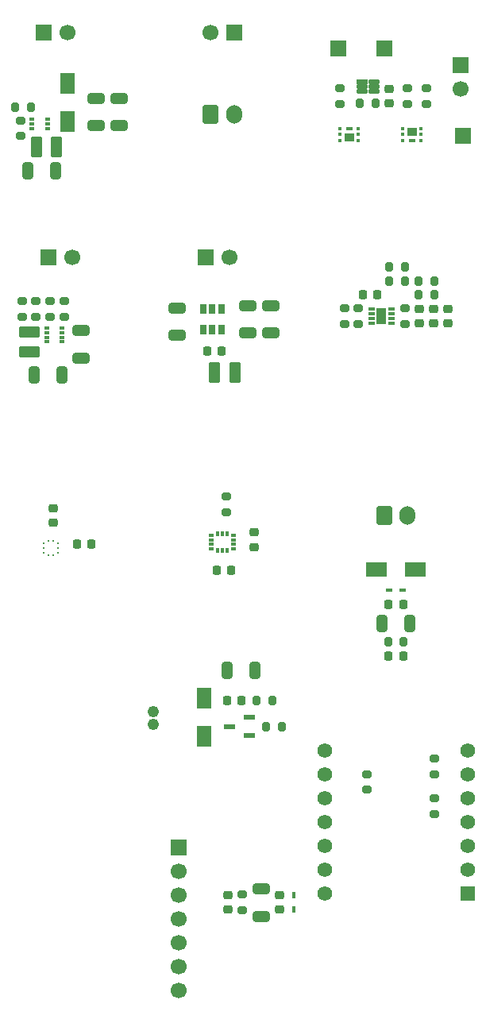
<source format=gbr>
%TF.GenerationSoftware,KiCad,Pcbnew,9.0.1*%
%TF.CreationDate,2025-04-28T20:04:23+08:00*%
%TF.ProjectId,pcb_all,7063625f-616c-46c2-9e6b-696361645f70,rev?*%
%TF.SameCoordinates,Original*%
%TF.FileFunction,Soldermask,Top*%
%TF.FilePolarity,Negative*%
%FSLAX46Y46*%
G04 Gerber Fmt 4.6, Leading zero omitted, Abs format (unit mm)*
G04 Created by KiCad (PCBNEW 9.0.1) date 2025-04-28 20:04:23*
%MOMM*%
%LPD*%
G01*
G04 APERTURE LIST*
G04 Aperture macros list*
%AMRoundRect*
0 Rectangle with rounded corners*
0 $1 Rounding radius*
0 $2 $3 $4 $5 $6 $7 $8 $9 X,Y pos of 4 corners*
0 Add a 4 corners polygon primitive as box body*
4,1,4,$2,$3,$4,$5,$6,$7,$8,$9,$2,$3,0*
0 Add four circle primitives for the rounded corners*
1,1,$1+$1,$2,$3*
1,1,$1+$1,$4,$5*
1,1,$1+$1,$6,$7*
1,1,$1+$1,$8,$9*
0 Add four rect primitives between the rounded corners*
20,1,$1+$1,$2,$3,$4,$5,0*
20,1,$1+$1,$4,$5,$6,$7,0*
20,1,$1+$1,$6,$7,$8,$9,0*
20,1,$1+$1,$8,$9,$2,$3,0*%
G04 Aperture macros list end*
%ADD10RoundRect,0.200000X0.275000X-0.200000X0.275000X0.200000X-0.275000X0.200000X-0.275000X-0.200000X0*%
%ADD11RoundRect,0.218750X0.256250X-0.218750X0.256250X0.218750X-0.256250X0.218750X-0.256250X-0.218750X0*%
%ADD12RoundRect,0.218750X-0.218750X-0.256250X0.218750X-0.256250X0.218750X0.256250X-0.218750X0.256250X0*%
%ADD13RoundRect,0.218750X-0.256250X0.218750X-0.256250X-0.218750X0.256250X-0.218750X0.256250X0.218750X0*%
%ADD14RoundRect,0.225000X-0.225000X-0.250000X0.225000X-0.250000X0.225000X0.250000X-0.225000X0.250000X0*%
%ADD15R,1.700000X1.700000*%
%ADD16C,1.700000*%
%ADD17RoundRect,0.250000X-0.650000X0.325000X-0.650000X-0.325000X0.650000X-0.325000X0.650000X0.325000X0*%
%ADD18RoundRect,0.250000X-0.375000X-0.850000X0.375000X-0.850000X0.375000X0.850000X-0.375000X0.850000X0*%
%ADD19RoundRect,0.200000X0.200000X0.275000X-0.200000X0.275000X-0.200000X-0.275000X0.200000X-0.275000X0*%
%ADD20RoundRect,0.250000X-0.600000X-0.750000X0.600000X-0.750000X0.600000X0.750000X-0.600000X0.750000X0*%
%ADD21O,1.700000X2.000000*%
%ADD22RoundRect,0.225000X-0.250000X0.225000X-0.250000X-0.225000X0.250000X-0.225000X0.250000X0.225000X0*%
%ADD23RoundRect,0.200000X-0.200000X-0.275000X0.200000X-0.275000X0.200000X0.275000X-0.200000X0.275000X0*%
%ADD24RoundRect,0.200000X-0.275000X0.200000X-0.275000X-0.200000X0.275000X-0.200000X0.275000X0.200000X0*%
%ADD25R,1.550000X2.200000*%
%ADD26R,0.475000X0.300000*%
%ADD27R,0.250000X0.275000*%
%ADD28R,0.275000X0.250000*%
%ADD29R,2.200000X1.550000*%
%ADD30R,0.750000X0.300000*%
%ADD31R,0.450000X0.300000*%
%ADD32R,1.000000X0.950000*%
%ADD33RoundRect,0.059250X-0.552750X-0.177750X0.552750X-0.177750X0.552750X0.177750X-0.552750X0.177750X0*%
%ADD34RoundRect,0.059250X-0.512750X-0.177750X0.512750X-0.177750X0.512750X0.177750X-0.512750X0.177750X0*%
%ADD35RoundRect,0.250000X0.325000X0.650000X-0.325000X0.650000X-0.325000X-0.650000X0.325000X-0.650000X0*%
%ADD36R,0.640000X0.420000*%
%ADD37RoundRect,0.250000X-0.325000X-0.650000X0.325000X-0.650000X0.325000X0.650000X-0.325000X0.650000X0*%
%ADD38R,1.300000X0.600000*%
%ADD39C,1.212000*%
%ADD40R,0.420000X0.640000*%
%ADD41RoundRect,0.225000X0.250000X-0.225000X0.250000X0.225000X-0.250000X0.225000X-0.250000X-0.225000X0*%
%ADD42RoundRect,0.102000X0.679000X0.679000X-0.679000X0.679000X-0.679000X-0.679000X0.679000X-0.679000X0*%
%ADD43C,1.562000*%
%ADD44RoundRect,0.225000X0.225000X0.250000X-0.225000X0.250000X-0.225000X-0.250000X0.225000X-0.250000X0*%
%ADD45R,0.700000X1.000000*%
%ADD46R,0.575000X0.350000*%
%ADD47R,0.350000X0.575000*%
%ADD48R,0.700000X0.300000*%
%ADD49R,1.000000X1.700000*%
%ADD50RoundRect,0.250000X0.850000X-0.375000X0.850000X0.375000X-0.850000X0.375000X-0.850000X-0.375000X0*%
G04 APERTURE END LIST*
D10*
%TO.C,R25*%
X123500000Y-90050000D03*
X123500000Y-88400000D03*
%TD*%
%TO.C,R24*%
X125000000Y-90050000D03*
X125000000Y-88400000D03*
%TD*%
D11*
%TO.C,D4*%
X165875000Y-90787500D03*
X165875000Y-89212500D03*
%TD*%
%TO.C,D3*%
X167375000Y-90787500D03*
X167375000Y-89212500D03*
%TD*%
D12*
%TO.C,D6*%
X161087500Y-126250000D03*
X162662500Y-126250000D03*
%TD*%
D13*
%TO.C,D2*%
X143999999Y-151712500D03*
X143999999Y-153287500D03*
%TD*%
D14*
%TO.C,C19*%
X142763000Y-117088000D03*
X144313000Y-117088000D03*
%TD*%
D15*
%TO.C,TP1*%
X144650000Y-59750000D03*
D16*
X142110000Y-59750000D03*
%TD*%
D17*
%TO.C,C8*%
X146050000Y-88873999D03*
X146050000Y-91824001D03*
%TD*%
%TO.C,C9*%
X147500000Y-151024999D03*
X147500000Y-153975001D03*
%TD*%
D18*
%TO.C,L3*%
X123550000Y-72000000D03*
X125700000Y-72000000D03*
%TD*%
D17*
%TO.C,C1*%
X128301000Y-91524999D03*
X128301000Y-94475001D03*
%TD*%
D14*
%TO.C,C14*%
X161100000Y-120750000D03*
X162650000Y-120750000D03*
%TD*%
D19*
%TO.C,R6*%
X159700000Y-67300000D03*
X158050000Y-67300000D03*
%TD*%
D20*
%TO.C,BT1*%
X142125000Y-68500000D03*
D21*
X144625000Y-68500000D03*
%TD*%
D22*
%TO.C,C7*%
X149499999Y-151725000D03*
X149499999Y-153275000D03*
%TD*%
%TO.C,C5*%
X164375000Y-89225000D03*
X164375000Y-90775000D03*
%TD*%
D10*
%TO.C,R3*%
X163125000Y-67375000D03*
X163125000Y-65725000D03*
%TD*%
D14*
%TO.C,C17*%
X143850000Y-131000000D03*
X145400000Y-131000000D03*
%TD*%
D17*
%TO.C,C10*%
X148550000Y-88873999D03*
X148550000Y-91824001D03*
%TD*%
D23*
%TO.C,R10*%
X164300000Y-87750000D03*
X165950000Y-87750000D03*
%TD*%
D24*
%TO.C,R11*%
X145499999Y-151675000D03*
X145499999Y-153325000D03*
%TD*%
D10*
%TO.C,R1*%
X126500000Y-90050000D03*
X126500000Y-88400000D03*
%TD*%
D24*
%TO.C,R2*%
X166000000Y-137175000D03*
X166000000Y-138825000D03*
%TD*%
D23*
%TO.C,R19*%
X161175000Y-84750000D03*
X162825000Y-84750000D03*
%TD*%
D10*
%TO.C,R12*%
X157875000Y-90825000D03*
X157875000Y-89175000D03*
%TD*%
D20*
%TO.C,J1*%
X160625000Y-111225000D03*
D21*
X163125000Y-111225000D03*
%TD*%
D17*
%TO.C,C4*%
X138550000Y-89123999D03*
X138550000Y-92074001D03*
%TD*%
%TO.C,C15*%
X129875000Y-66774999D03*
X129875000Y-69725001D03*
%TD*%
D10*
%TO.C,R13*%
X156375000Y-90825000D03*
X156375000Y-89175000D03*
%TD*%
D15*
%TO.C,TP3*%
X124850000Y-83750000D03*
D16*
X127390000Y-83750000D03*
%TD*%
D25*
%TO.C,D7*%
X141405750Y-130700000D03*
X141405750Y-134800000D03*
%TD*%
D26*
%TO.C,IC4*%
X123037000Y-69000000D03*
X123037000Y-69500000D03*
X123037000Y-70000000D03*
X124713000Y-70000000D03*
X124713000Y-69500000D03*
X124713000Y-69000000D03*
%TD*%
D27*
%TO.C,IC5*%
X125363000Y-113987000D03*
X124863000Y-113987000D03*
D28*
X124351000Y-114250000D03*
X124351000Y-114750000D03*
X124351000Y-115250000D03*
D27*
X124863000Y-115513000D03*
X125363000Y-115513000D03*
D28*
X125875000Y-115250000D03*
X125875000Y-114750000D03*
X125875000Y-114250000D03*
%TD*%
D24*
%TO.C,R22*%
X143788000Y-109263000D03*
X143788000Y-110913000D03*
%TD*%
D15*
%TO.C,TP5*%
X155750000Y-61500000D03*
%TD*%
D19*
%TO.C,R15*%
X122950000Y-67750000D03*
X121300000Y-67750000D03*
%TD*%
D24*
%TO.C,R16*%
X121875000Y-69175000D03*
X121875000Y-70825000D03*
%TD*%
D15*
%TO.C,TP6*%
X168750000Y-63225000D03*
D16*
X168750000Y-65765000D03*
%TD*%
D29*
%TO.C,D10*%
X159825000Y-117000000D03*
X163925000Y-117000000D03*
%TD*%
D30*
%TO.C,Q2*%
X156899999Y-70000001D03*
D31*
X155924998Y-70000000D03*
X157875000Y-71300000D03*
X157874999Y-70650000D03*
D32*
X156899999Y-70975000D03*
D31*
X155924999Y-70650000D03*
X155924998Y-71300000D03*
X157875000Y-70000000D03*
%TD*%
D33*
%TO.C,U1*%
X158285000Y-65050000D03*
D34*
X158245000Y-65550000D03*
X158245000Y-66050000D03*
X159505000Y-66050000D03*
X159505000Y-65550000D03*
X159505000Y-65050000D03*
%TD*%
D35*
%TO.C,C3*%
X126276001Y-96250000D03*
X123325999Y-96250000D03*
%TD*%
D36*
%TO.C,D5*%
X161125000Y-119250000D03*
X162625000Y-119250000D03*
%TD*%
D26*
%TO.C,IC1*%
X124625000Y-91250000D03*
X124625000Y-91750000D03*
X124625000Y-92250000D03*
X124625000Y-92750000D03*
X126301000Y-92750000D03*
X126301000Y-92250000D03*
X126301000Y-91750000D03*
X126301000Y-91250000D03*
%TD*%
D37*
%TO.C,C16*%
X160375000Y-122750000D03*
X163325000Y-122750000D03*
%TD*%
D15*
%TO.C,TP4*%
X169000707Y-70797879D03*
%TD*%
D17*
%TO.C,C13*%
X132375000Y-66774999D03*
X132375000Y-69725001D03*
%TD*%
D24*
%TO.C,R7*%
X155875000Y-65725000D03*
X155875000Y-67375000D03*
%TD*%
D38*
%TO.C,Q3*%
X146225001Y-134700000D03*
X146225001Y-132800000D03*
X144125000Y-133750000D03*
%TD*%
D39*
%TO.C,B1*%
X136000000Y-133500000D03*
X136000000Y-132200000D03*
%TD*%
D40*
%TO.C,D1*%
X151000000Y-151750000D03*
X151000000Y-153250000D03*
%TD*%
D41*
%TO.C,C22*%
X146788000Y-114613000D03*
X146788000Y-113063000D03*
%TD*%
D37*
%TO.C,C11*%
X122650000Y-74500000D03*
X125600000Y-74500000D03*
%TD*%
D24*
%TO.C,R14*%
X162875000Y-89175000D03*
X162875000Y-90825000D03*
%TD*%
D42*
%TO.C,U2*%
X169495000Y-151551500D03*
D43*
X169495000Y-149011500D03*
X169495000Y-146471500D03*
X169495000Y-143931500D03*
X169495000Y-141391500D03*
X169495000Y-138851500D03*
X169495000Y-136311500D03*
X154255000Y-136311500D03*
X154255000Y-138851500D03*
X154255000Y-141391500D03*
X154255000Y-143931500D03*
X154255000Y-146471500D03*
X154255000Y-149011500D03*
X154255000Y-151551500D03*
%TD*%
D15*
%TO.C,J2*%
X138750000Y-146670001D03*
D16*
X138750000Y-149210001D03*
X138750000Y-151750001D03*
X138750000Y-154290001D03*
X138750000Y-156830001D03*
X138750000Y-159370001D03*
X138750000Y-161910001D03*
%TD*%
D41*
%TO.C,C18*%
X125363000Y-112038000D03*
X125363000Y-110488000D03*
%TD*%
D44*
%TO.C,C6*%
X143275000Y-93750000D03*
X141725000Y-93750000D03*
%TD*%
D19*
%TO.C,R21*%
X149700000Y-133750000D03*
X148050000Y-133750000D03*
%TD*%
D45*
%TO.C,IC2*%
X143250000Y-89250000D03*
X142300000Y-89250000D03*
X141350000Y-89250000D03*
X141350000Y-91448000D03*
X142300000Y-91448000D03*
X143250000Y-91448000D03*
%TD*%
D22*
%TO.C,C2*%
X161125000Y-65775000D03*
X161125000Y-67325000D03*
%TD*%
D46*
%TO.C,IC6*%
X142212000Y-113338000D03*
X142212000Y-113838000D03*
X142212000Y-114338000D03*
X142212000Y-114838000D03*
D47*
X142875000Y-115000000D03*
X143375000Y-115000000D03*
X143875000Y-115000000D03*
D46*
X144538000Y-114838000D03*
X144538000Y-114338000D03*
X144538000Y-113838000D03*
X144538000Y-113338000D03*
D47*
X143875000Y-113176000D03*
X143375000Y-113176000D03*
X142875000Y-113176000D03*
%TD*%
D24*
%TO.C,R23*%
X158750000Y-138850000D03*
X158750000Y-140500000D03*
%TD*%
D10*
%TO.C,R5*%
X122000000Y-90050000D03*
X122000000Y-88400000D03*
%TD*%
D30*
%TO.C,Q1*%
X163600000Y-71300000D03*
D31*
X164575000Y-71300000D03*
X162625000Y-70000000D03*
X162625000Y-70650000D03*
D32*
X163600000Y-70325000D03*
D31*
X164575000Y-70000000D03*
X164575000Y-70650000D03*
X162625000Y-71300000D03*
%TD*%
D48*
%TO.C,IC3*%
X159275000Y-89250000D03*
X159275000Y-89750000D03*
X159275000Y-90250000D03*
X159275000Y-90750000D03*
X161375000Y-90750000D03*
X161375000Y-90250000D03*
X161375000Y-89750000D03*
X161375000Y-89250000D03*
D49*
X160325000Y-90000000D03*
%TD*%
D44*
%TO.C,C12*%
X159900000Y-87750000D03*
X158350000Y-87750000D03*
%TD*%
D23*
%TO.C,R9*%
X164300000Y-86250000D03*
X165950000Y-86250000D03*
%TD*%
D14*
%TO.C,C21*%
X127838000Y-114263000D03*
X129388000Y-114263000D03*
%TD*%
D15*
%TO.C,TP7*%
X141600000Y-83750000D03*
D16*
X144140000Y-83750000D03*
%TD*%
D50*
%TO.C,L1*%
X122801000Y-93825000D03*
X122801000Y-91675000D03*
%TD*%
D19*
%TO.C,R18*%
X162825000Y-86250000D03*
X161175000Y-86250000D03*
%TD*%
D15*
%TO.C,TP8*%
X124350000Y-59750000D03*
D16*
X126890000Y-59750000D03*
%TD*%
D15*
%TO.C,TP2*%
X160625000Y-61500000D03*
%TD*%
D19*
%TO.C,R20*%
X148700000Y-131000000D03*
X147050000Y-131000000D03*
%TD*%
D24*
%TO.C,R8*%
X165125000Y-65725000D03*
X165125000Y-67375000D03*
%TD*%
D37*
%TO.C,C20*%
X143900000Y-127750000D03*
X146850000Y-127750000D03*
%TD*%
D18*
%TO.C,L2*%
X142550000Y-96000000D03*
X144700000Y-96000000D03*
%TD*%
D25*
%TO.C,D8*%
X126875000Y-65175001D03*
X126875000Y-69275001D03*
%TD*%
D10*
%TO.C,R4*%
X166000000Y-143075000D03*
X166000000Y-141425000D03*
%TD*%
D23*
%TO.C,R17*%
X161050000Y-124750000D03*
X162700000Y-124750000D03*
%TD*%
M02*

</source>
